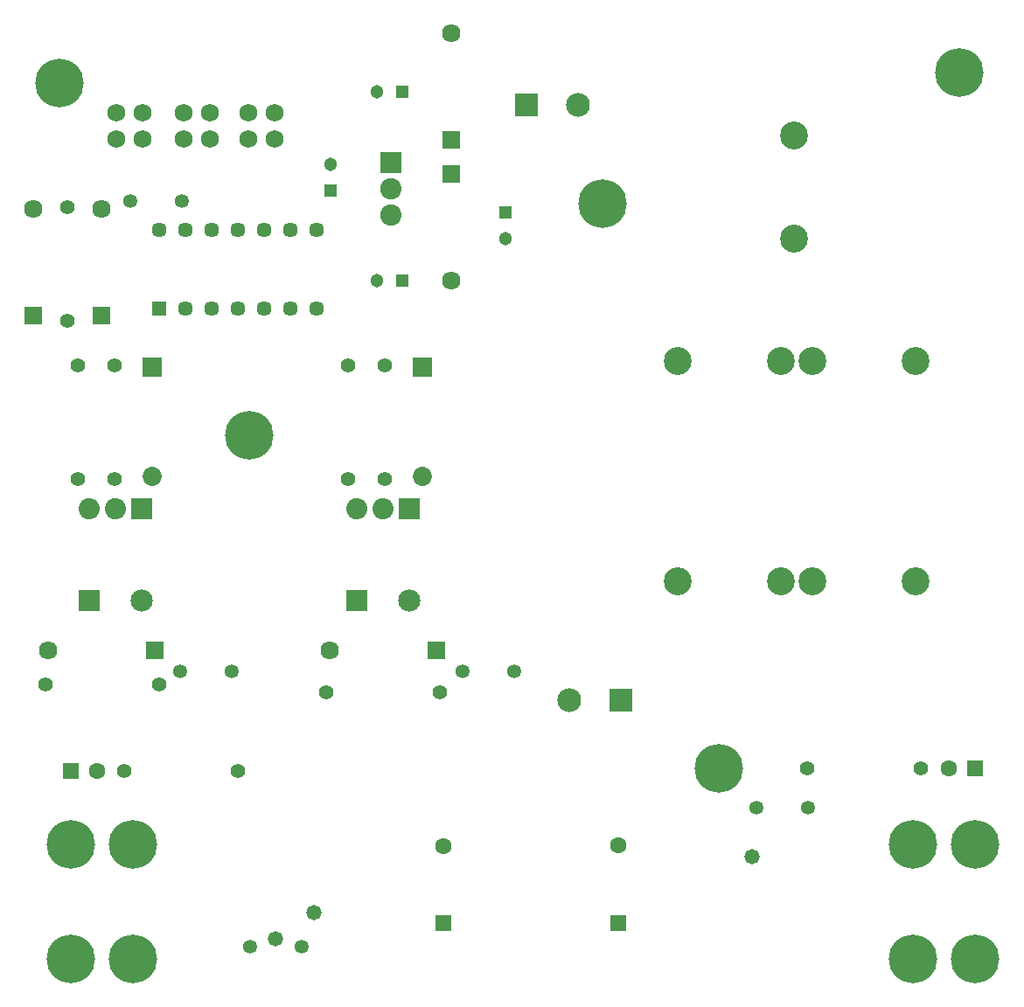
<source format=gbs>
G04*
G04 #@! TF.GenerationSoftware,Altium Limited,Altium Designer,23.8.1 (32)*
G04*
G04 Layer_Color=16711935*
%FSLAX25Y25*%
%MOIN*%
G70*
G04*
G04 #@! TF.SameCoordinates,826F1502-A096-44AE-8D0B-28D4DE97D3ED*
G04*
G04*
G04 #@! TF.FilePolarity,Negative*
G04*
G01*
G75*
%ADD16C,0.18517*%
%ADD17C,0.09068*%
%ADD18R,0.09068X0.09068*%
%ADD19R,0.08064X0.08064*%
%ADD20C,0.08064*%
%ADD21R,0.05131X0.05131*%
%ADD22C,0.05131*%
%ADD23C,0.10642*%
%ADD24R,0.06312X0.06312*%
%ADD25C,0.06312*%
%ADD26C,0.05524*%
%ADD27R,0.07060X0.07060*%
%ADD28C,0.07060*%
%ADD29R,0.08123X0.08123*%
%ADD30C,0.08123*%
%ADD31C,0.05328*%
%ADD32C,0.08438*%
%ADD33R,0.08438X0.08438*%
%ADD34C,0.06883*%
%ADD35R,0.06312X0.06312*%
%ADD36R,0.07060X0.07060*%
%ADD37R,0.05721X0.05721*%
%ADD38C,0.05721*%
%ADD39R,0.07296X0.07296*%
%ADD40C,0.07296*%
%ADD41R,0.05131X0.05131*%
%ADD42C,0.05800*%
D16*
X191500Y379000D02*
D03*
X468122Y179500D02*
D03*
X444500D02*
D03*
Y223000D02*
D03*
X468122D02*
D03*
X370500Y252000D02*
D03*
X147122Y223000D02*
D03*
X462000Y517500D02*
D03*
X326000Y467500D02*
D03*
X119000Y513500D02*
D03*
X147122Y179500D02*
D03*
X123500D02*
D03*
Y223000D02*
D03*
D17*
X313315Y278000D02*
D03*
X316843Y505000D02*
D03*
D18*
X333000Y278000D02*
D03*
X297158Y505000D02*
D03*
D19*
X252500Y351248D02*
D03*
X150500D02*
D03*
D20*
X242500D02*
D03*
X232500D02*
D03*
X140500D02*
D03*
X130500D02*
D03*
D21*
X249843Y438000D02*
D03*
Y510000D02*
D03*
D22*
X240000Y438000D02*
D03*
Y510000D02*
D03*
X222500Y482421D02*
D03*
X289000Y454157D02*
D03*
D23*
X445343Y323500D02*
D03*
X405972D02*
D03*
Y407500D02*
D03*
X445343D02*
D03*
X394000Y323500D02*
D03*
X354630D02*
D03*
X399000Y493500D02*
D03*
Y454130D02*
D03*
X354630Y407500D02*
D03*
X394000D02*
D03*
D24*
X468000Y252000D02*
D03*
X123500Y251000D02*
D03*
D25*
X458000Y252000D02*
D03*
X332000Y222764D02*
D03*
X265500Y222500D02*
D03*
X133500Y251000D02*
D03*
D26*
X447500Y252000D02*
D03*
X404193D02*
D03*
X157000Y284000D02*
D03*
X113693D02*
D03*
X126000Y405901D02*
D03*
Y362594D02*
D03*
X140152Y405901D02*
D03*
Y362594D02*
D03*
X229000Y405901D02*
D03*
Y362594D02*
D03*
X243152Y405901D02*
D03*
Y362594D02*
D03*
X264154Y281248D02*
D03*
X220847D02*
D03*
X122258Y422847D02*
D03*
Y466153D02*
D03*
X143846Y251000D02*
D03*
X187153D02*
D03*
D27*
X268500Y491606D02*
D03*
X109258Y424606D02*
D03*
X135258D02*
D03*
X268500Y478894D02*
D03*
D28*
Y532394D02*
D03*
X114760Y297248D02*
D03*
X222106D02*
D03*
X109258Y465394D02*
D03*
X135258D02*
D03*
X268500Y438106D02*
D03*
D29*
X245500Y483000D02*
D03*
D30*
Y473000D02*
D03*
Y463000D02*
D03*
D31*
X191657Y184000D02*
D03*
X211343D02*
D03*
X384658Y237000D02*
D03*
X404343D02*
D03*
X184843Y289248D02*
D03*
X165157D02*
D03*
X292342Y289000D02*
D03*
X272657D02*
D03*
X146158Y468500D02*
D03*
X165842D02*
D03*
D32*
X252500Y315964D02*
D03*
X150500D02*
D03*
D33*
X232500D02*
D03*
X130500D02*
D03*
D34*
X201000Y502000D02*
D03*
Y492000D02*
D03*
X191000D02*
D03*
Y502000D02*
D03*
X176496D02*
D03*
Y492000D02*
D03*
X166496D02*
D03*
Y502000D02*
D03*
X150748D02*
D03*
Y492000D02*
D03*
X140748D02*
D03*
Y502000D02*
D03*
D35*
X332000Y193236D02*
D03*
X265500Y192972D02*
D03*
D36*
X155547Y297248D02*
D03*
X262894D02*
D03*
D37*
X157000Y427500D02*
D03*
D38*
X167000D02*
D03*
X177000D02*
D03*
X187000D02*
D03*
X197000D02*
D03*
X207000D02*
D03*
X217000D02*
D03*
Y457500D02*
D03*
X207000D02*
D03*
X197000D02*
D03*
X187000D02*
D03*
X177000D02*
D03*
X167000D02*
D03*
X157000D02*
D03*
D39*
X154500Y405212D02*
D03*
X257500D02*
D03*
D40*
X154500Y363480D02*
D03*
X257500D02*
D03*
D41*
X222500Y472579D02*
D03*
X289000Y464000D02*
D03*
D42*
X383000Y218500D02*
D03*
X216000Y197000D02*
D03*
X201500Y187000D02*
D03*
M02*

</source>
